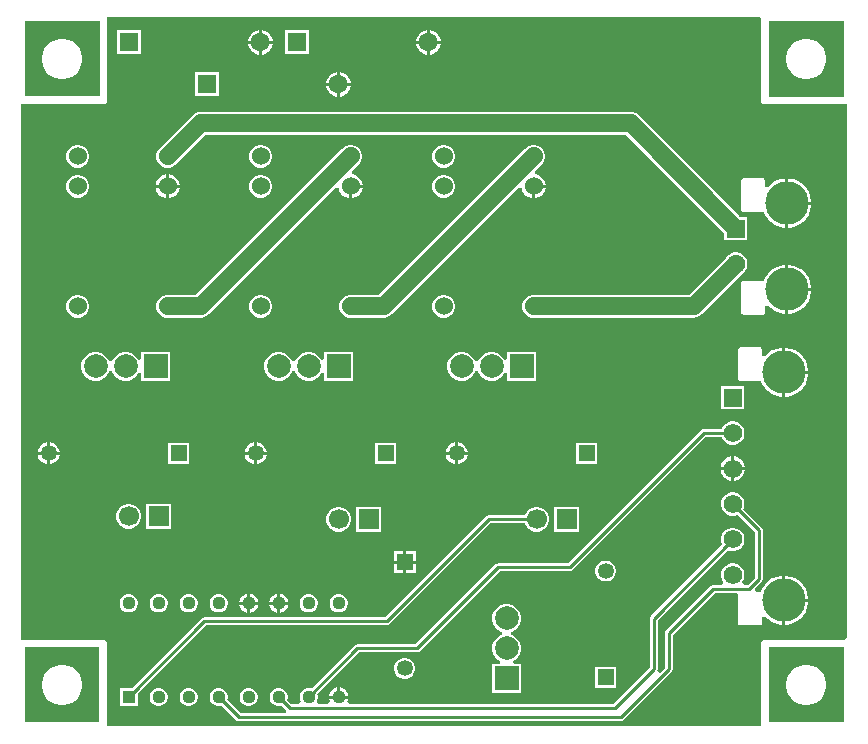
<source format=gbr>
%TF.GenerationSoftware,Altium Limited,Altium Designer,25.1.2 (22)*%
G04 Layer_Physical_Order=1*
G04 Layer_Color=255*
%FSLAX45Y45*%
%MOMM*%
%TF.SameCoordinates,40A9CBEC-A2F6-451D-B56F-574927FC8DEB*%
%TF.FilePolarity,Positive*%
%TF.FileFunction,Copper,L1,Top,Signal*%
%TF.Part,Single*%
G01*
G75*
%TA.AperFunction,Conductor*%
%ADD10C,0.25400*%
%ADD11C,1.50000*%
%TA.AperFunction,ComponentPad*%
%ADD12C,1.60000*%
%ADD13R,1.60000X1.60000*%
%ADD14C,1.57000*%
%ADD15R,1.57000X1.57000*%
%ADD16C,3.66000*%
%ADD17R,1.35000X1.35000*%
%ADD18C,1.35000*%
%ADD19C,1.52400*%
%ADD20R,1.70000X1.70000*%
%ADD21C,1.70000*%
%ADD22R,1.35000X1.35000*%
%ADD23C,2.01000*%
%ADD24R,2.01000X2.01000*%
%ADD25R,2.01000X2.01000*%
%ADD26C,1.13000*%
%ADD27R,1.13000X1.13000*%
G36*
X667699Y5334321D02*
X33341D01*
Y5968679D01*
X667699D01*
Y5334321D01*
D02*
G37*
G36*
X6966661Y5331781D02*
X6332541D01*
Y5967409D01*
X6966661D01*
Y5331781D01*
D02*
G37*
G36*
X6966899Y33341D02*
X6332541D01*
Y667699D01*
X6966899D01*
Y33341D01*
D02*
G37*
G36*
X666658D02*
X33341D01*
Y667699D01*
X666658D01*
Y33341D01*
D02*
G37*
G36*
X6265859Y5999429D02*
Y5298440D01*
X6268397Y5285681D01*
X6275625Y5274865D01*
X6286441Y5267637D01*
X6299200Y5265099D01*
X6999762D01*
X7000029Y5264880D01*
X7000210Y752342D01*
X6982250Y734381D01*
X6299200D01*
X6286441Y731843D01*
X6275625Y724615D01*
X6268397Y713799D01*
X6265859Y701040D01*
Y1570D01*
X6264571Y0D01*
X736465D01*
X734381Y2540D01*
X733339Y7775D01*
Y695805D01*
X734381Y701040D01*
X731843Y713799D01*
X724615Y724615D01*
X713799Y731843D01*
X701040Y734381D01*
X5080D01*
X0Y738550D01*
Y5267639D01*
X701040D01*
X713799Y5270177D01*
X724615Y5277405D01*
X731843Y5288221D01*
X734381Y5300980D01*
Y6002020D01*
X6263733D01*
X6265859Y5999429D01*
D02*
G37*
%LPC*%
G36*
X366745Y5820001D02*
X333258D01*
X300415Y5813468D01*
X269477Y5800653D01*
X241633Y5782049D01*
X217954Y5758370D01*
X199350Y5730527D01*
X186535Y5699589D01*
X180002Y5666745D01*
Y5633258D01*
X186535Y5600414D01*
X199350Y5569476D01*
X217954Y5541633D01*
X241633Y5517954D01*
X269477Y5499349D01*
X300415Y5486535D01*
X333258Y5480001D01*
X366745D01*
X399589Y5486535D01*
X430527Y5499349D01*
X458370Y5517954D01*
X482049Y5541633D01*
X500654Y5569476D01*
X513469Y5600414D01*
X520002Y5633258D01*
Y5666745D01*
X513469Y5699589D01*
X500654Y5730527D01*
X482049Y5758370D01*
X458370Y5782049D01*
X430527Y5800653D01*
X399589Y5813468D01*
X366745Y5820001D01*
D02*
G37*
G36*
X6666743D02*
X6633256D01*
X6600412Y5813468D01*
X6569474Y5800653D01*
X6541631Y5782049D01*
X6517952Y5758370D01*
X6499347Y5730527D01*
X6486533Y5699589D01*
X6479999Y5666745D01*
Y5633258D01*
X6486533Y5600414D01*
X6499347Y5569476D01*
X6517952Y5541633D01*
X6541631Y5517954D01*
X6569474Y5499349D01*
X6600412Y5486535D01*
X6633256Y5480001D01*
X6666743D01*
X6699587Y5486535D01*
X6730525Y5499349D01*
X6758368Y5517954D01*
X6782047Y5541633D01*
X6800651Y5569476D01*
X6813466Y5600414D01*
X6819999Y5633258D01*
Y5666745D01*
X6813466Y5699589D01*
X6800651Y5730527D01*
X6782047Y5758370D01*
X6758368Y5782049D01*
X6730525Y5800653D01*
X6699587Y5813468D01*
X6666743Y5820001D01*
D02*
G37*
G36*
Y520002D02*
X6633256D01*
X6600412Y513469D01*
X6569474Y500654D01*
X6541631Y482049D01*
X6517952Y458370D01*
X6499347Y430527D01*
X6486533Y399589D01*
X6479999Y366745D01*
Y333258D01*
X6486533Y300415D01*
X6499347Y269477D01*
X6517952Y241633D01*
X6541631Y217954D01*
X6569474Y199350D01*
X6600412Y186535D01*
X6633256Y180002D01*
X6666743D01*
X6699587Y186535D01*
X6730525Y199350D01*
X6758368Y217954D01*
X6782047Y241633D01*
X6800651Y269477D01*
X6813466Y300415D01*
X6819999Y333258D01*
Y366745D01*
X6813466Y399589D01*
X6800651Y430527D01*
X6782047Y458370D01*
X6758368Y482049D01*
X6730525Y500654D01*
X6699587Y513469D01*
X6666743Y520002D01*
D02*
G37*
G36*
X366745D02*
X333258D01*
X300415Y513469D01*
X269477Y500654D01*
X241633Y482049D01*
X217954Y458370D01*
X199350Y430527D01*
X186535Y399589D01*
X180002Y366745D01*
Y333258D01*
X186535Y300415D01*
X199350Y269477D01*
X217954Y241633D01*
X241633Y217954D01*
X269477Y199350D01*
X300415Y186535D01*
X333258Y180002D01*
X366745D01*
X399589Y186535D01*
X430527Y199350D01*
X458370Y217954D01*
X482049Y241633D01*
X500654Y269477D01*
X513469Y300415D01*
X520002Y333258D01*
Y366745D01*
X513469Y399589D01*
X500654Y430527D01*
X482049Y458370D01*
X458370Y482049D01*
X430527Y500654D01*
X399589Y513469D01*
X366745Y520002D01*
D02*
G37*
G36*
X3466478Y5896600D02*
X3465302D01*
Y5803900D01*
X3558002D01*
Y5805076D01*
X3550819Y5831883D01*
X3536943Y5855917D01*
X3517319Y5875541D01*
X3493285Y5889417D01*
X3466478Y5896600D01*
D02*
G37*
G36*
X3439902D02*
X3438725D01*
X3411919Y5889417D01*
X3387885Y5875541D01*
X3368261Y5855917D01*
X3354385Y5831883D01*
X3347202Y5805076D01*
Y5803900D01*
X3439902D01*
Y5896600D01*
D02*
G37*
G36*
X2044078D02*
X2042902D01*
Y5803900D01*
X2135602D01*
Y5805076D01*
X2128419Y5831883D01*
X2114543Y5855917D01*
X2094919Y5875541D01*
X2070885Y5889417D01*
X2044078Y5896600D01*
D02*
G37*
G36*
X2017502D02*
X2016325D01*
X1989519Y5889417D01*
X1965485Y5875541D01*
X1945861Y5855917D01*
X1931985Y5831883D01*
X1924802Y5805076D01*
Y5803900D01*
X2017502D01*
Y5896600D01*
D02*
G37*
G36*
X2438598Y5891200D02*
X2238599D01*
Y5691200D01*
X2438598D01*
Y5891200D01*
D02*
G37*
G36*
X1016198D02*
X816199D01*
Y5691200D01*
X1016198D01*
Y5891200D01*
D02*
G37*
G36*
X3558002Y5778500D02*
X3465302D01*
Y5685800D01*
X3466478D01*
X3493285Y5692983D01*
X3517319Y5706859D01*
X3536943Y5726483D01*
X3550819Y5750517D01*
X3558002Y5777324D01*
Y5778500D01*
D02*
G37*
G36*
X3439902D02*
X3347202D01*
Y5777324D01*
X3354385Y5750517D01*
X3368261Y5726483D01*
X3387885Y5706859D01*
X3411919Y5692983D01*
X3438725Y5685800D01*
X3439902D01*
Y5778500D01*
D02*
G37*
G36*
X2135602D02*
X2042902D01*
Y5685800D01*
X2044078D01*
X2070885Y5692983D01*
X2094919Y5706859D01*
X2114543Y5726483D01*
X2128419Y5750517D01*
X2135602Y5777324D01*
Y5778500D01*
D02*
G37*
G36*
X2017502D02*
X1924802D01*
Y5777324D01*
X1931985Y5750517D01*
X1945861Y5726483D01*
X1965485Y5706859D01*
X1989519Y5692983D01*
X2016325Y5685800D01*
X2017502D01*
Y5778500D01*
D02*
G37*
G36*
X2704478Y5541000D02*
X2703302D01*
Y5448300D01*
X2796002D01*
Y5449476D01*
X2788819Y5476283D01*
X2774943Y5500317D01*
X2755319Y5519941D01*
X2731285Y5533817D01*
X2704478Y5541000D01*
D02*
G37*
G36*
X2677902D02*
X2676725D01*
X2649919Y5533817D01*
X2625885Y5519941D01*
X2606261Y5500317D01*
X2592385Y5476283D01*
X2585202Y5449476D01*
Y5448300D01*
X2677902D01*
Y5541000D01*
D02*
G37*
G36*
X1676598Y5535600D02*
X1476599D01*
Y5335600D01*
X1676598D01*
Y5535600D01*
D02*
G37*
G36*
X2796002Y5422900D02*
X2703302D01*
Y5330200D01*
X2704478D01*
X2731285Y5337383D01*
X2755319Y5351259D01*
X2774943Y5370883D01*
X2788819Y5394917D01*
X2796002Y5421724D01*
Y5422900D01*
D02*
G37*
G36*
X2677902D02*
X2585202D01*
Y5421724D01*
X2592385Y5394917D01*
X2606261Y5370883D01*
X2625885Y5351259D01*
X2649919Y5337383D01*
X2676725Y5330200D01*
X2677902D01*
Y5422900D01*
D02*
G37*
G36*
X3594065Y4922200D02*
X3568735D01*
X3544268Y4915644D01*
X3522332Y4902979D01*
X3504421Y4885068D01*
X3491756Y4863132D01*
X3485200Y4838665D01*
Y4813335D01*
X3491756Y4788868D01*
X3504421Y4766932D01*
X3522332Y4749021D01*
X3544268Y4736356D01*
X3568735Y4729800D01*
X3594065D01*
X3618532Y4736356D01*
X3640468Y4749021D01*
X3658379Y4766932D01*
X3671044Y4788868D01*
X3677600Y4813335D01*
Y4838665D01*
X3671044Y4863132D01*
X3658379Y4885068D01*
X3640468Y4902979D01*
X3618532Y4915644D01*
X3594065Y4922200D01*
D02*
G37*
G36*
X2044665D02*
X2019335D01*
X1994868Y4915644D01*
X1972932Y4902979D01*
X1955021Y4885068D01*
X1942356Y4863132D01*
X1935800Y4838665D01*
Y4813335D01*
X1942356Y4788868D01*
X1955021Y4766932D01*
X1972932Y4749021D01*
X1994868Y4736356D01*
X2019335Y4729800D01*
X2044665D01*
X2069132Y4736356D01*
X2091068Y4749021D01*
X2108979Y4766932D01*
X2121644Y4788868D01*
X2128200Y4813335D01*
Y4838665D01*
X2121644Y4863132D01*
X2108979Y4885068D01*
X2091068Y4902979D01*
X2069132Y4915644D01*
X2044665Y4922200D01*
D02*
G37*
G36*
X495265D02*
X469935D01*
X445468Y4915644D01*
X423532Y4902979D01*
X405621Y4885068D01*
X392956Y4863132D01*
X386400Y4838665D01*
Y4813335D01*
X392956Y4788868D01*
X405621Y4766932D01*
X423532Y4749021D01*
X445468Y4736356D01*
X469935Y4729800D01*
X495265D01*
X519732Y4736356D01*
X541668Y4749021D01*
X559579Y4766932D01*
X572244Y4788868D01*
X578800Y4813335D01*
Y4838665D01*
X572244Y4863132D01*
X559579Y4885068D01*
X541668Y4902979D01*
X519732Y4915644D01*
X495265Y4922200D01*
D02*
G37*
G36*
X1257976Y4673600D02*
X1257300D01*
Y4584700D01*
X1346200D01*
Y4585376D01*
X1339276Y4611216D01*
X1325900Y4634384D01*
X1306984Y4653300D01*
X1283816Y4666676D01*
X1257976Y4673600D01*
D02*
G37*
G36*
X1231900D02*
X1231224D01*
X1205384Y4666676D01*
X1182216Y4653300D01*
X1163300Y4634384D01*
X1149924Y4611216D01*
X1143000Y4585376D01*
Y4584700D01*
X1231900D01*
Y4673600D01*
D02*
G37*
G36*
X3594065Y4668200D02*
X3568735D01*
X3544268Y4661644D01*
X3522332Y4648979D01*
X3504421Y4631068D01*
X3491756Y4609132D01*
X3485200Y4584665D01*
Y4559335D01*
X3491756Y4534868D01*
X3504421Y4512932D01*
X3522332Y4495021D01*
X3544268Y4482356D01*
X3568735Y4475800D01*
X3594065D01*
X3618532Y4482356D01*
X3640468Y4495021D01*
X3658379Y4512932D01*
X3671044Y4534868D01*
X3677600Y4559335D01*
Y4584665D01*
X3671044Y4609132D01*
X3658379Y4631068D01*
X3640468Y4648979D01*
X3618532Y4661644D01*
X3594065Y4668200D01*
D02*
G37*
G36*
X2044665D02*
X2019335D01*
X1994868Y4661644D01*
X1972932Y4648979D01*
X1955021Y4631068D01*
X1942356Y4609132D01*
X1935800Y4584665D01*
Y4559335D01*
X1942356Y4534868D01*
X1955021Y4512932D01*
X1972932Y4495021D01*
X1994868Y4482356D01*
X2019335Y4475800D01*
X2044665D01*
X2069132Y4482356D01*
X2091068Y4495021D01*
X2108979Y4512932D01*
X2121644Y4534868D01*
X2128200Y4559335D01*
Y4584665D01*
X2121644Y4609132D01*
X2108979Y4631068D01*
X2091068Y4648979D01*
X2069132Y4661644D01*
X2044665Y4668200D01*
D02*
G37*
G36*
X495265D02*
X469935D01*
X445468Y4661644D01*
X423532Y4648979D01*
X405621Y4631068D01*
X392956Y4609132D01*
X386400Y4584665D01*
Y4559335D01*
X392956Y4534868D01*
X405621Y4512932D01*
X423532Y4495021D01*
X445468Y4482356D01*
X469935Y4475800D01*
X495265D01*
X519732Y4482356D01*
X541668Y4495021D01*
X559579Y4512932D01*
X572244Y4534868D01*
X578800Y4559335D01*
Y4584665D01*
X572244Y4609132D01*
X559579Y4631068D01*
X541668Y4648979D01*
X519732Y4661644D01*
X495265Y4668200D01*
D02*
G37*
G36*
X4445000Y4559300D02*
X4356100D01*
Y4470400D01*
X4356776D01*
X4382616Y4477324D01*
X4405784Y4490700D01*
X4424700Y4509616D01*
X4438076Y4532784D01*
X4445000Y4558624D01*
Y4559300D01*
D02*
G37*
G36*
X4356065Y4922200D02*
X4330735D01*
X4306268Y4915644D01*
X4284332Y4902979D01*
X4266421Y4885068D01*
X4265686Y4883795D01*
X3033710Y3651819D01*
X2808085D01*
X2806665Y3652200D01*
X2781335D01*
X2756868Y3645644D01*
X2734932Y3632979D01*
X2717021Y3615068D01*
X2704356Y3593132D01*
X2697800Y3568665D01*
Y3543335D01*
X2704356Y3518868D01*
X2717021Y3496932D01*
X2734932Y3479021D01*
X2756868Y3466356D01*
X2781335Y3459800D01*
X2806665D01*
X2808085Y3460181D01*
X3073400D01*
X3098200Y3463445D01*
X3121310Y3473018D01*
X3141155Y3488246D01*
X4216400Y4563491D01*
X4229507Y4560979D01*
X4242995Y4554165D01*
X4248724Y4532784D01*
X4262100Y4509616D01*
X4281016Y4490700D01*
X4304184Y4477324D01*
X4330024Y4470400D01*
X4330700D01*
Y4572000D01*
X4343400D01*
Y4584700D01*
X4445000D01*
Y4585376D01*
X4438076Y4611216D01*
X4424700Y4634384D01*
X4405784Y4653300D01*
X4382616Y4666676D01*
X4361236Y4672405D01*
X4354421Y4685893D01*
X4351909Y4699000D01*
X4401195Y4748286D01*
X4402468Y4749021D01*
X4420379Y4766932D01*
X4433044Y4788868D01*
X4439600Y4813335D01*
Y4838665D01*
X4433044Y4863132D01*
X4420379Y4885068D01*
X4402468Y4902979D01*
X4380532Y4915644D01*
X4356065Y4922200D01*
D02*
G37*
G36*
X2895600Y4559300D02*
X2806700D01*
Y4470400D01*
X2807376D01*
X2833216Y4477324D01*
X2856384Y4490700D01*
X2875300Y4509616D01*
X2888676Y4532784D01*
X2895600Y4558624D01*
Y4559300D01*
D02*
G37*
G36*
X2806665Y4922200D02*
X2781335D01*
X2756868Y4915644D01*
X2734932Y4902979D01*
X2717021Y4885068D01*
X2716286Y4883795D01*
X1484310Y3651819D01*
X1258685D01*
X1257265Y3652200D01*
X1231935D01*
X1207468Y3645644D01*
X1185532Y3632979D01*
X1167621Y3615068D01*
X1154956Y3593132D01*
X1148400Y3568665D01*
Y3543335D01*
X1154956Y3518868D01*
X1167621Y3496932D01*
X1185532Y3479021D01*
X1207468Y3466356D01*
X1231935Y3459800D01*
X1257265D01*
X1258685Y3460181D01*
X1524000D01*
X1548800Y3463445D01*
X1571910Y3473018D01*
X1591754Y3488246D01*
X2667000Y4563491D01*
X2680107Y4560979D01*
X2693595Y4554165D01*
X2699324Y4532784D01*
X2712700Y4509616D01*
X2731616Y4490700D01*
X2754784Y4477324D01*
X2780624Y4470400D01*
X2781300D01*
Y4572000D01*
X2794000D01*
Y4584700D01*
X2895600D01*
Y4585376D01*
X2888676Y4611216D01*
X2875300Y4634384D01*
X2856384Y4653300D01*
X2833216Y4666676D01*
X2811836Y4672405D01*
X2805021Y4685893D01*
X2802509Y4699000D01*
X2851795Y4748286D01*
X2853068Y4749021D01*
X2870979Y4766932D01*
X2883644Y4788868D01*
X2890200Y4813335D01*
Y4838665D01*
X2883644Y4863132D01*
X2870979Y4885068D01*
X2853068Y4902979D01*
X2831132Y4915644D01*
X2806665Y4922200D01*
D02*
G37*
G36*
X1346200Y4559300D02*
X1257300D01*
Y4470400D01*
X1257976D01*
X1283816Y4477324D01*
X1306984Y4490700D01*
X1325900Y4509616D01*
X1339276Y4532784D01*
X1346200Y4558624D01*
Y4559300D01*
D02*
G37*
G36*
X1231900D02*
X1143000D01*
Y4558624D01*
X1149924Y4532784D01*
X1163300Y4509616D01*
X1182216Y4490700D01*
X1205384Y4477324D01*
X1231224Y4470400D01*
X1231900D01*
Y4559300D01*
D02*
G37*
G36*
X6507125Y4637400D02*
X6499300D01*
Y4441700D01*
X6695000D01*
Y4449526D01*
X6686991Y4489788D01*
X6671282Y4527714D01*
X6648475Y4561847D01*
X6619447Y4590875D01*
X6585314Y4613682D01*
X6547388Y4629391D01*
X6507125Y4637400D01*
D02*
G37*
G36*
X6695000Y4416300D02*
X6499300D01*
Y4220600D01*
X6507125D01*
X6547388Y4228609D01*
X6585314Y4244318D01*
X6619447Y4267125D01*
X6648475Y4296153D01*
X6671282Y4330286D01*
X6686991Y4368212D01*
X6695000Y4408475D01*
Y4416300D01*
D02*
G37*
G36*
X6281600Y4641892D02*
X6121600D01*
X6113797Y4640340D01*
X6107181Y4635920D01*
X6102760Y4629304D01*
X6101208Y4621500D01*
Y4376500D01*
X6102760Y4368697D01*
X6107181Y4362081D01*
X6113797Y4357661D01*
X6121600Y4356108D01*
X6281600D01*
X6289404Y4357661D01*
X6290748Y4357253D01*
X6301918Y4330286D01*
X6324725Y4296153D01*
X6353753Y4267125D01*
X6387886Y4244318D01*
X6425812Y4228609D01*
X6466074Y4220600D01*
X6473900D01*
Y4429000D01*
Y4637400D01*
X6466074D01*
X6425812Y4629391D01*
X6387886Y4613682D01*
X6353753Y4590875D01*
X6327392Y4564514D01*
X6304945Y4567847D01*
X6301992Y4568743D01*
Y4621500D01*
X6300440Y4629304D01*
X6296020Y4635920D01*
X6289404Y4640340D01*
X6281600Y4641892D01*
D02*
G37*
G36*
X5163200Y5201219D02*
X1524000D01*
X1499200Y5197955D01*
X1476090Y5188382D01*
X1456245Y5173154D01*
X1186805Y4903714D01*
X1185532Y4902979D01*
X1167621Y4885068D01*
X1154956Y4863132D01*
X1148400Y4838665D01*
Y4813335D01*
X1154956Y4788868D01*
X1167621Y4766932D01*
X1185532Y4749021D01*
X1207468Y4736356D01*
X1231935Y4729800D01*
X1257265D01*
X1281732Y4736356D01*
X1303668Y4749021D01*
X1321579Y4766932D01*
X1322314Y4768205D01*
X1563690Y5009581D01*
X5123510D01*
X5956100Y4176991D01*
Y4115500D01*
X6153100D01*
Y4312500D01*
X6091609D01*
X5230954Y5173154D01*
X5211110Y5188382D01*
X5188000Y5197955D01*
X5163200Y5201219D01*
D02*
G37*
G36*
X6473900Y3907400D02*
X6466074D01*
X6425812Y3899391D01*
X6387886Y3883682D01*
X6353753Y3860875D01*
X6324725Y3831847D01*
X6301918Y3797714D01*
X6290748Y3770748D01*
X6289404Y3770340D01*
X6281600Y3771892D01*
X6121600D01*
X6113797Y3770340D01*
X6107181Y3765920D01*
X6102760Y3759304D01*
X6101208Y3751500D01*
Y3506500D01*
X6102760Y3498697D01*
X6107181Y3492081D01*
X6113797Y3487661D01*
X6121600Y3486108D01*
X6281600D01*
X6289404Y3487661D01*
X6296020Y3492081D01*
X6300440Y3498697D01*
X6301992Y3506500D01*
Y3559257D01*
X6304945Y3560153D01*
X6327392Y3563486D01*
X6353753Y3537125D01*
X6387886Y3514318D01*
X6425812Y3498609D01*
X6466074Y3490600D01*
X6473900D01*
Y3699000D01*
Y3907400D01*
D02*
G37*
G36*
X6507125D02*
X6499300D01*
Y3711700D01*
X6695000D01*
Y3719525D01*
X6686991Y3759788D01*
X6671282Y3797714D01*
X6648475Y3831847D01*
X6619447Y3860875D01*
X6585314Y3883682D01*
X6547388Y3899391D01*
X6507125Y3907400D01*
D02*
G37*
G36*
X6067568Y4012500D02*
X6041632D01*
X6016581Y4005787D01*
X5994120Y3992820D01*
X5975781Y3974480D01*
X5970602Y3965511D01*
X5656910Y3651819D01*
X4357485D01*
X4356065Y3652200D01*
X4330735D01*
X4306268Y3645644D01*
X4284332Y3632979D01*
X4266421Y3615068D01*
X4253756Y3593132D01*
X4247200Y3568665D01*
Y3543335D01*
X4253756Y3518868D01*
X4266421Y3496932D01*
X4284332Y3479021D01*
X4306268Y3466356D01*
X4330735Y3459800D01*
X4356065D01*
X4357485Y3460181D01*
X5696600D01*
X5721400Y3463445D01*
X5744510Y3473018D01*
X5764354Y3488246D01*
X6106111Y3830002D01*
X6115080Y3835181D01*
X6133420Y3853520D01*
X6146387Y3875981D01*
X6153100Y3901032D01*
Y3926968D01*
X6146387Y3952020D01*
X6133420Y3974480D01*
X6115080Y3992820D01*
X6092620Y4005787D01*
X6067568Y4012500D01*
D02*
G37*
G36*
X6695000Y3686300D02*
X6499300D01*
Y3490600D01*
X6507125D01*
X6547388Y3498609D01*
X6585314Y3514318D01*
X6619447Y3537125D01*
X6648475Y3566153D01*
X6671282Y3600286D01*
X6686991Y3638212D01*
X6695000Y3678474D01*
Y3686300D01*
D02*
G37*
G36*
X3594065Y3652200D02*
X3568735D01*
X3544268Y3645644D01*
X3522332Y3632979D01*
X3504421Y3615068D01*
X3491756Y3593132D01*
X3485200Y3568665D01*
Y3543335D01*
X3491756Y3518868D01*
X3504421Y3496932D01*
X3522332Y3479021D01*
X3544268Y3466356D01*
X3568735Y3459800D01*
X3594065D01*
X3618532Y3466356D01*
X3640468Y3479021D01*
X3658379Y3496932D01*
X3671044Y3518868D01*
X3677600Y3543335D01*
Y3568665D01*
X3671044Y3593132D01*
X3658379Y3615068D01*
X3640468Y3632979D01*
X3618532Y3645644D01*
X3594065Y3652200D01*
D02*
G37*
G36*
X2044665D02*
X2019335D01*
X1994868Y3645644D01*
X1972932Y3632979D01*
X1955021Y3615068D01*
X1942356Y3593132D01*
X1935800Y3568665D01*
Y3543335D01*
X1942356Y3518868D01*
X1955021Y3496932D01*
X1972932Y3479021D01*
X1994868Y3466356D01*
X2019335Y3459800D01*
X2044665D01*
X2069132Y3466356D01*
X2091068Y3479021D01*
X2108979Y3496932D01*
X2121644Y3518868D01*
X2128200Y3543335D01*
Y3568665D01*
X2121644Y3593132D01*
X2108979Y3615068D01*
X2091068Y3632979D01*
X2069132Y3645644D01*
X2044665Y3652200D01*
D02*
G37*
G36*
X495265D02*
X469935D01*
X445468Y3645644D01*
X423532Y3632979D01*
X405621Y3615068D01*
X392956Y3593132D01*
X386400Y3568665D01*
Y3543335D01*
X392956Y3518868D01*
X405621Y3496932D01*
X423532Y3479021D01*
X445468Y3466356D01*
X469935Y3459800D01*
X495265D01*
X519732Y3466356D01*
X541668Y3479021D01*
X559579Y3496932D01*
X572244Y3518868D01*
X578800Y3543335D01*
Y3568665D01*
X572244Y3593132D01*
X559579Y3615068D01*
X541668Y3632979D01*
X519732Y3645644D01*
X495265Y3652200D01*
D02*
G37*
G36*
X4362300Y3168500D02*
X4121300D01*
Y3108571D01*
X4095900Y3101765D01*
X4084224Y3121989D01*
X4061789Y3144424D01*
X4034311Y3160288D01*
X4003664Y3168500D01*
X3971936D01*
X3941289Y3160288D01*
X3913811Y3144424D01*
X3891376Y3121989D01*
X3875512Y3094511D01*
X3873948Y3088675D01*
X3847652D01*
X3846088Y3094511D01*
X3830224Y3121989D01*
X3807789Y3144424D01*
X3780311Y3160288D01*
X3749664Y3168500D01*
X3717936D01*
X3687289Y3160288D01*
X3659811Y3144424D01*
X3637376Y3121989D01*
X3621512Y3094511D01*
X3613300Y3063864D01*
Y3032136D01*
X3621512Y3001489D01*
X3637376Y2974011D01*
X3659811Y2951576D01*
X3687289Y2935712D01*
X3717936Y2927500D01*
X3749664D01*
X3780311Y2935712D01*
X3807789Y2951576D01*
X3830224Y2974011D01*
X3846088Y3001489D01*
X3847652Y3007325D01*
X3873948D01*
X3875512Y3001489D01*
X3891376Y2974011D01*
X3913811Y2951576D01*
X3941289Y2935712D01*
X3971936Y2927500D01*
X4003664D01*
X4034311Y2935712D01*
X4061789Y2951576D01*
X4084224Y2974011D01*
X4095900Y2994235D01*
X4121300Y2987429D01*
Y2927500D01*
X4362300D01*
Y3168500D01*
D02*
G37*
G36*
X2812900D02*
X2571900D01*
Y3108571D01*
X2546500Y3101765D01*
X2534824Y3121989D01*
X2512389Y3144424D01*
X2484911Y3160288D01*
X2454264Y3168500D01*
X2422536D01*
X2391889Y3160288D01*
X2364411Y3144424D01*
X2341976Y3121989D01*
X2326112Y3094511D01*
X2324548Y3088675D01*
X2298252D01*
X2296688Y3094511D01*
X2280824Y3121989D01*
X2258389Y3144424D01*
X2230911Y3160288D01*
X2200264Y3168500D01*
X2168536D01*
X2137889Y3160288D01*
X2110411Y3144424D01*
X2087976Y3121989D01*
X2072112Y3094511D01*
X2063900Y3063864D01*
Y3032136D01*
X2072112Y3001489D01*
X2087976Y2974011D01*
X2110411Y2951576D01*
X2137889Y2935712D01*
X2168536Y2927500D01*
X2200264D01*
X2230911Y2935712D01*
X2258389Y2951576D01*
X2280824Y2974011D01*
X2296688Y3001489D01*
X2298252Y3007325D01*
X2324548D01*
X2326112Y3001489D01*
X2341976Y2974011D01*
X2364411Y2951576D01*
X2391889Y2935712D01*
X2422536Y2927500D01*
X2454264D01*
X2484911Y2935712D01*
X2512389Y2951576D01*
X2534824Y2974011D01*
X2546500Y2994235D01*
X2571900Y2987429D01*
Y2927500D01*
X2812900D01*
Y3168500D01*
D02*
G37*
G36*
X1263500D02*
X1022500D01*
Y3108571D01*
X997100Y3101765D01*
X985424Y3121989D01*
X962989Y3144424D01*
X935511Y3160288D01*
X904864Y3168500D01*
X873136D01*
X842489Y3160288D01*
X815011Y3144424D01*
X792576Y3121989D01*
X776712Y3094511D01*
X775148Y3088675D01*
X748852D01*
X747288Y3094511D01*
X731424Y3121989D01*
X708989Y3144424D01*
X681511Y3160288D01*
X650864Y3168500D01*
X619136D01*
X588489Y3160288D01*
X561011Y3144424D01*
X538576Y3121989D01*
X522712Y3094511D01*
X514500Y3063864D01*
Y3032136D01*
X522712Y3001489D01*
X538576Y2974011D01*
X561011Y2951576D01*
X588489Y2935712D01*
X619136Y2927500D01*
X650864D01*
X681511Y2935712D01*
X708989Y2951576D01*
X731424Y2974011D01*
X747288Y3001489D01*
X748852Y3007325D01*
X775148D01*
X776712Y3001489D01*
X792576Y2974011D01*
X815011Y2951576D01*
X842489Y2935712D01*
X873136Y2927500D01*
X904864D01*
X935511Y2935712D01*
X962989Y2951576D01*
X985424Y2974011D01*
X997100Y2994235D01*
X1022500Y2987429D01*
Y2927500D01*
X1263500D01*
Y3168500D01*
D02*
G37*
G36*
X6481725Y3205400D02*
X6473900D01*
Y3009700D01*
X6669600D01*
Y3017526D01*
X6661591Y3057788D01*
X6645882Y3095714D01*
X6623075Y3129847D01*
X6594047Y3158875D01*
X6559914Y3181682D01*
X6521988Y3197391D01*
X6481725Y3205400D01*
D02*
G37*
G36*
X6669600Y2984300D02*
X6473900D01*
Y2788600D01*
X6481725D01*
X6521988Y2796609D01*
X6559914Y2812318D01*
X6594047Y2835125D01*
X6623075Y2864153D01*
X6645882Y2898286D01*
X6661591Y2936212D01*
X6669600Y2976475D01*
Y2984300D01*
D02*
G37*
G36*
X6256200Y3209392D02*
X6096200D01*
X6088396Y3207839D01*
X6081780Y3203419D01*
X6077360Y3196803D01*
X6075808Y3189000D01*
Y2944000D01*
X6077360Y2936196D01*
X6081780Y2929580D01*
X6088396Y2925160D01*
X6096200Y2923608D01*
X6256200D01*
X6264003Y2925160D01*
X6265585Y2924680D01*
X6276518Y2898286D01*
X6299325Y2864153D01*
X6328353Y2835125D01*
X6362486Y2812318D01*
X6400412Y2796609D01*
X6440674Y2788600D01*
X6448500D01*
Y2997000D01*
Y3205400D01*
X6440674D01*
X6400412Y3197391D01*
X6362486Y3181682D01*
X6328353Y3158875D01*
X6301992Y3132514D01*
X6279553Y3135845D01*
X6276592Y3136744D01*
Y3189000D01*
X6275040Y3196803D01*
X6270619Y3203419D01*
X6264003Y3207839D01*
X6256200Y3209392D01*
D02*
G37*
G36*
X6127700Y2880500D02*
X5930700D01*
Y2683500D01*
X6127700D01*
Y2880500D01*
D02*
G37*
G36*
X6042168Y2580500D02*
X6016232D01*
X5991181Y2573787D01*
X5968720Y2560820D01*
X5950381Y2542481D01*
X5937413Y2520020D01*
X5936159Y2515341D01*
X5784000D01*
X5771241Y2512803D01*
X5760425Y2505575D01*
X4634390Y1379541D01*
X4041800D01*
X4029041Y1377003D01*
X4018225Y1369776D01*
X3342190Y693741D01*
X2851399D01*
X2838640Y691203D01*
X2827824Y683975D01*
X2463676Y319827D01*
X2448471Y323901D01*
X2428329D01*
X2408872Y318688D01*
X2391428Y308616D01*
X2377185Y294373D01*
X2367113Y276929D01*
X2361900Y257472D01*
Y237330D01*
X2367113Y217873D01*
X2370769Y211542D01*
X2357256Y186142D01*
X2292810D01*
X2256826Y222126D01*
X2260900Y237330D01*
Y257472D01*
X2255687Y276929D01*
X2245615Y294373D01*
X2231372Y308616D01*
X2213928Y318688D01*
X2194471Y323901D01*
X2174329D01*
X2154872Y318688D01*
X2137428Y308616D01*
X2123185Y294373D01*
X2113113Y276929D01*
X2107900Y257472D01*
Y237330D01*
X2113113Y217873D01*
X2123185Y200429D01*
X2137428Y186186D01*
X2154872Y176114D01*
X2174329Y170901D01*
X2194471D01*
X2209676Y174975D01*
X2249710Y134941D01*
X2242533Y112386D01*
X2240355Y109541D01*
X1861411D01*
X1748826Y222126D01*
X1752900Y237330D01*
Y257472D01*
X1747687Y276929D01*
X1737615Y294373D01*
X1723372Y308616D01*
X1705928Y318688D01*
X1686471Y323901D01*
X1666329D01*
X1646872Y318688D01*
X1629428Y308616D01*
X1615185Y294373D01*
X1605113Y276929D01*
X1599900Y257472D01*
Y237330D01*
X1605113Y217873D01*
X1615185Y200429D01*
X1629428Y186186D01*
X1646872Y176114D01*
X1666329Y170901D01*
X1686471D01*
X1701676Y174975D01*
X1824026Y52625D01*
X1834842Y45397D01*
X1847601Y42859D01*
X5080000D01*
X5092759Y45397D01*
X5103575Y52625D01*
X5509975Y459025D01*
X5517203Y469841D01*
X5519741Y482600D01*
Y773590D01*
X5878210Y1132059D01*
X6052310D01*
X6075809Y1120001D01*
Y875001D01*
X6077361Y867197D01*
X6081781Y860581D01*
X6088397Y856161D01*
X6096201Y854609D01*
X6256201D01*
X6264004Y856161D01*
X6270620Y860581D01*
X6275041Y867197D01*
X6276593Y875001D01*
Y927257D01*
X6279537Y928150D01*
X6301993Y931485D01*
X6328353Y905125D01*
X6362486Y882318D01*
X6400412Y866609D01*
X6440674Y858600D01*
X6448500D01*
Y1067000D01*
Y1275400D01*
X6440674D01*
X6400412Y1267391D01*
X6362486Y1251682D01*
X6328353Y1228875D01*
X6299325Y1199847D01*
X6276518Y1165714D01*
X6265585Y1139320D01*
X6264004Y1138840D01*
X6256201Y1140393D01*
X6227264D01*
X6216743Y1165793D01*
X6271975Y1221025D01*
X6279203Y1231841D01*
X6281741Y1244600D01*
Y1662800D01*
X6279203Y1675559D01*
X6271975Y1686375D01*
X6118565Y1839785D01*
X6120987Y1843981D01*
X6127700Y1869032D01*
Y1894968D01*
X6120987Y1920020D01*
X6108020Y1942480D01*
X6089680Y1960820D01*
X6067220Y1973787D01*
X6042168Y1980500D01*
X6016232D01*
X5991181Y1973787D01*
X5968720Y1960820D01*
X5950381Y1942480D01*
X5937413Y1920020D01*
X5930700Y1894968D01*
Y1869032D01*
X5937413Y1843981D01*
X5950381Y1821520D01*
X5968720Y1803181D01*
X5991181Y1790213D01*
X6016232Y1783500D01*
X6042168D01*
X6067220Y1790213D01*
X6071415Y1792635D01*
X6215059Y1648990D01*
Y1258410D01*
X6155390Y1198741D01*
X6121162D01*
X6112576Y1213622D01*
X6109533Y1224141D01*
X6120987Y1243980D01*
X6127700Y1269032D01*
Y1294968D01*
X6120987Y1320019D01*
X6108020Y1342480D01*
X6089680Y1360819D01*
X6067220Y1373787D01*
X6042168Y1380500D01*
X6016232D01*
X5991181Y1373787D01*
X5968720Y1360819D01*
X5950381Y1342480D01*
X5937413Y1320019D01*
X5930700Y1294968D01*
Y1269032D01*
X5937413Y1243980D01*
X5948867Y1224141D01*
X5945824Y1213622D01*
X5937238Y1198741D01*
X5864400D01*
X5851641Y1196203D01*
X5840825Y1188975D01*
X5462825Y810975D01*
X5455597Y800159D01*
X5453059Y787400D01*
Y496410D01*
X5409194Y452544D01*
X5389464Y468736D01*
X5390203Y469841D01*
X5392741Y482600D01*
Y898390D01*
X5986985Y1492635D01*
X5991181Y1490213D01*
X6016232Y1483500D01*
X6042168D01*
X6067220Y1490213D01*
X6089680Y1503180D01*
X6108020Y1521519D01*
X6120987Y1543980D01*
X6127700Y1569032D01*
Y1594968D01*
X6120987Y1620019D01*
X6108020Y1642480D01*
X6089680Y1660819D01*
X6067220Y1673787D01*
X6042168Y1680500D01*
X6016232D01*
X5991181Y1673787D01*
X5968720Y1660819D01*
X5950381Y1642480D01*
X5937413Y1620019D01*
X5930700Y1594968D01*
Y1569032D01*
X5937413Y1543980D01*
X5939835Y1539785D01*
X5335825Y935775D01*
X5328597Y924959D01*
X5326059Y912200D01*
Y496410D01*
X5015791Y186142D01*
X2780931D01*
X2766267Y211542D01*
X2768719Y215789D01*
X2773786Y234701D01*
X2692400D01*
X2611014D01*
X2616081Y215789D01*
X2618533Y211542D01*
X2603869Y186142D01*
X2519544D01*
X2506031Y211542D01*
X2509687Y217873D01*
X2514900Y237330D01*
Y257472D01*
X2510826Y272677D01*
X2865209Y627059D01*
X3356000D01*
X3368759Y629597D01*
X3379575Y636825D01*
X4055610Y1312859D01*
X4648200D01*
X4660959Y1315397D01*
X4671775Y1322625D01*
X5797810Y2448660D01*
X5936159D01*
X5937413Y2443981D01*
X5950381Y2421520D01*
X5968720Y2403181D01*
X5991181Y2390213D01*
X6016232Y2383500D01*
X6042168D01*
X6067220Y2390213D01*
X6089680Y2403181D01*
X6108020Y2421520D01*
X6120987Y2443981D01*
X6127700Y2469032D01*
Y2494968D01*
X6120987Y2520020D01*
X6108020Y2542481D01*
X6089680Y2560820D01*
X6067220Y2573787D01*
X6042168Y2580500D01*
D02*
G37*
G36*
X3704499Y2404174D02*
Y2324100D01*
X3784573D01*
X3778368Y2347258D01*
X3766137Y2368442D01*
X3748841Y2385738D01*
X3727657Y2397969D01*
X3704499Y2404174D01*
D02*
G37*
G36*
X2002700D02*
Y2324100D01*
X2082774D01*
X2076569Y2347258D01*
X2064339Y2368442D01*
X2047042Y2385738D01*
X2025858Y2397969D01*
X2002700Y2404174D01*
D02*
G37*
G36*
X250099D02*
Y2324100D01*
X330173D01*
X323968Y2347258D01*
X311737Y2368442D01*
X294441Y2385738D01*
X273257Y2397969D01*
X250099Y2404174D01*
D02*
G37*
G36*
X3679099D02*
X3655941Y2397969D01*
X3634757Y2385738D01*
X3617460Y2368442D01*
X3605230Y2347258D01*
X3599024Y2324100D01*
X3679099D01*
Y2404174D01*
D02*
G37*
G36*
X1977300D02*
X1954142Y2397969D01*
X1932958Y2385738D01*
X1915662Y2368442D01*
X1903431Y2347258D01*
X1897226Y2324100D01*
X1977300D01*
Y2404174D01*
D02*
G37*
G36*
X224699D02*
X201541Y2397969D01*
X180357Y2385738D01*
X163060Y2368442D01*
X150830Y2347258D01*
X144624Y2324100D01*
X224699D01*
Y2404174D01*
D02*
G37*
G36*
X4879301Y2398900D02*
X4704301D01*
Y2223900D01*
X4879301D01*
Y2398900D01*
D02*
G37*
G36*
X3177498D02*
X3002498D01*
Y2223900D01*
X3177498D01*
Y2398900D01*
D02*
G37*
G36*
X1424901D02*
X1249901D01*
Y2223900D01*
X1424901D01*
Y2398900D01*
D02*
G37*
G36*
X3784573Y2298700D02*
X3704499D01*
Y2218626D01*
X3727657Y2224831D01*
X3748841Y2237062D01*
X3766137Y2254358D01*
X3778368Y2275542D01*
X3784573Y2298700D01*
D02*
G37*
G36*
X2082774D02*
X2002700D01*
Y2218626D01*
X2025858Y2224831D01*
X2047042Y2237062D01*
X2064339Y2254358D01*
X2076569Y2275542D01*
X2082774Y2298700D01*
D02*
G37*
G36*
X330173D02*
X250099D01*
Y2218626D01*
X273257Y2224831D01*
X294441Y2237062D01*
X311737Y2254358D01*
X323968Y2275542D01*
X330173Y2298700D01*
D02*
G37*
G36*
X3679099D02*
X3599024D01*
X3605230Y2275542D01*
X3617460Y2254358D01*
X3634757Y2237062D01*
X3655941Y2224831D01*
X3679099Y2218626D01*
Y2298700D01*
D02*
G37*
G36*
X1977300D02*
X1897226D01*
X1903431Y2275542D01*
X1915662Y2254358D01*
X1932958Y2237062D01*
X1954142Y2224831D01*
X1977300Y2218626D01*
Y2298700D01*
D02*
G37*
G36*
X224699D02*
X144624D01*
X150830Y2275542D01*
X163060Y2254358D01*
X180357Y2237062D01*
X201541Y2224831D01*
X224699Y2218626D01*
Y2298700D01*
D02*
G37*
G36*
X6042879Y2285900D02*
X6041900D01*
Y2194700D01*
X6133100D01*
Y2195679D01*
X6126019Y2222104D01*
X6112341Y2245796D01*
X6092996Y2265141D01*
X6069304Y2278819D01*
X6042879Y2285900D01*
D02*
G37*
G36*
X6016500D02*
X6015521D01*
X5989096Y2278819D01*
X5965404Y2265141D01*
X5946059Y2245796D01*
X5932381Y2222104D01*
X5925300Y2195679D01*
Y2194700D01*
X6016500D01*
Y2285900D01*
D02*
G37*
G36*
X6133100Y2169300D02*
X6041900D01*
Y2078100D01*
X6042879D01*
X6069304Y2085180D01*
X6092996Y2098859D01*
X6112341Y2118204D01*
X6126019Y2141896D01*
X6133100Y2168321D01*
Y2169300D01*
D02*
G37*
G36*
X6016500D02*
X5925300D01*
Y2168321D01*
X5932381Y2141896D01*
X5946059Y2118204D01*
X5965404Y2098859D01*
X5989096Y2085180D01*
X6015521Y2078100D01*
X6016500D01*
Y2169300D01*
D02*
G37*
G36*
X1273400Y1883000D02*
X1063400D01*
Y1673000D01*
X1273400D01*
Y1883000D01*
D02*
G37*
G36*
X928223D02*
X900577D01*
X873872Y1875844D01*
X849929Y1862021D01*
X830379Y1842471D01*
X816556Y1818528D01*
X809400Y1791823D01*
Y1764177D01*
X816556Y1737472D01*
X830379Y1713529D01*
X849929Y1693979D01*
X873872Y1680156D01*
X900577Y1673000D01*
X928223D01*
X954928Y1680156D01*
X978871Y1693979D01*
X998421Y1713529D01*
X1012244Y1737472D01*
X1019400Y1764177D01*
Y1791823D01*
X1012244Y1818528D01*
X998421Y1842471D01*
X978871Y1862021D01*
X954928Y1875844D01*
X928223Y1883000D01*
D02*
G37*
G36*
X4727800Y1857600D02*
X4517800D01*
Y1647600D01*
X4727800D01*
Y1857600D01*
D02*
G37*
G36*
X4382623D02*
X4354977D01*
X4328272Y1850444D01*
X4304329Y1836621D01*
X4284779Y1817071D01*
X4270956Y1793128D01*
X4269030Y1785941D01*
X3962400D01*
X3949641Y1783403D01*
X3938825Y1776175D01*
X3084990Y922341D01*
X1555999D01*
X1543240Y919803D01*
X1532424Y912575D01*
X943749Y323901D01*
X837900D01*
Y170901D01*
X990900D01*
Y276751D01*
X1569809Y855659D01*
X3098800D01*
X3111559Y858197D01*
X3122375Y865425D01*
X3976210Y1719259D01*
X4269030D01*
X4270956Y1712072D01*
X4284779Y1688129D01*
X4304329Y1668579D01*
X4328272Y1654756D01*
X4354977Y1647600D01*
X4382623D01*
X4409328Y1654756D01*
X4433271Y1668579D01*
X4452821Y1688129D01*
X4466644Y1712072D01*
X4473800Y1738777D01*
Y1766423D01*
X4466644Y1793128D01*
X4452821Y1817071D01*
X4433271Y1836621D01*
X4409328Y1850444D01*
X4382623Y1857600D01*
D02*
G37*
G36*
X3051399D02*
X2841399D01*
Y1647600D01*
X3051399D01*
Y1857600D01*
D02*
G37*
G36*
X2706222D02*
X2678576D01*
X2651870Y1850444D01*
X2627928Y1836621D01*
X2608378Y1817071D01*
X2594555Y1793128D01*
X2587399Y1766423D01*
Y1738777D01*
X2594555Y1712072D01*
X2608378Y1688129D01*
X2627928Y1668579D01*
X2651870Y1654756D01*
X2678576Y1647600D01*
X2706222D01*
X2732927Y1654756D01*
X2756870Y1668579D01*
X2776420Y1688129D01*
X2790243Y1712072D01*
X2797399Y1738777D01*
Y1766423D01*
X2790243Y1793128D01*
X2776420Y1817071D01*
X2756870Y1836621D01*
X2732927Y1850444D01*
X2706222Y1857600D01*
D02*
G37*
G36*
X3344100Y1482700D02*
X3263900D01*
Y1402500D01*
X3344100D01*
Y1482700D01*
D02*
G37*
G36*
X3238500D02*
X3158300D01*
Y1402500D01*
X3238500D01*
Y1482700D01*
D02*
G37*
G36*
X3344100Y1377100D02*
X3263900D01*
Y1296900D01*
X3344100D01*
Y1377100D01*
D02*
G37*
G36*
X3238500D02*
X3158300D01*
Y1296900D01*
X3238500D01*
Y1377100D01*
D02*
G37*
G36*
X4964520Y1401100D02*
X4941480D01*
X4919226Y1395137D01*
X4899274Y1383618D01*
X4882983Y1367326D01*
X4871463Y1347374D01*
X4865500Y1325120D01*
Y1302080D01*
X4871463Y1279826D01*
X4882983Y1259874D01*
X4899274Y1243583D01*
X4919226Y1232063D01*
X4941480Y1226100D01*
X4964520D01*
X4986774Y1232063D01*
X5006726Y1243583D01*
X5023017Y1259874D01*
X5034537Y1279826D01*
X5040500Y1302080D01*
Y1325120D01*
X5034537Y1347374D01*
X5023017Y1367326D01*
X5006726Y1383618D01*
X4986774Y1395137D01*
X4964520Y1401100D01*
D02*
G37*
G36*
X6481725Y1275400D02*
X6473900D01*
Y1079700D01*
X6669600D01*
Y1087525D01*
X6661591Y1127788D01*
X6645882Y1165714D01*
X6623075Y1199847D01*
X6594047Y1228875D01*
X6559914Y1251682D01*
X6521988Y1267391D01*
X6481725Y1275400D01*
D02*
G37*
G36*
X2197100Y1122786D02*
Y1054100D01*
X2265786D01*
X2260719Y1073012D01*
X2249936Y1091688D01*
X2234688Y1106936D01*
X2216012Y1117719D01*
X2197100Y1122786D01*
D02*
G37*
G36*
X1943100D02*
Y1054100D01*
X2011786D01*
X2006719Y1073012D01*
X1995936Y1091688D01*
X1980688Y1106936D01*
X1962012Y1117719D01*
X1943100Y1122786D01*
D02*
G37*
G36*
X2171700D02*
X2152788Y1117719D01*
X2134112Y1106936D01*
X2118864Y1091688D01*
X2108081Y1073012D01*
X2103014Y1054100D01*
X2171700D01*
Y1122786D01*
D02*
G37*
G36*
X1917700D02*
X1898788Y1117719D01*
X1880112Y1106936D01*
X1864864Y1091688D01*
X1854081Y1073012D01*
X1849014Y1054100D01*
X1917700D01*
Y1122786D01*
D02*
G37*
G36*
X2702471Y1117900D02*
X2682329D01*
X2662872Y1112687D01*
X2645428Y1102615D01*
X2631185Y1088372D01*
X2621113Y1070928D01*
X2615900Y1051471D01*
Y1031329D01*
X2621113Y1011872D01*
X2631185Y994428D01*
X2645428Y980185D01*
X2662872Y970113D01*
X2682329Y964900D01*
X2702471D01*
X2721928Y970113D01*
X2739372Y980185D01*
X2753615Y994428D01*
X2763687Y1011872D01*
X2768900Y1031329D01*
Y1051471D01*
X2763687Y1070928D01*
X2753615Y1088372D01*
X2739372Y1102615D01*
X2721928Y1112687D01*
X2702471Y1117900D01*
D02*
G37*
G36*
X2448471D02*
X2428329D01*
X2408872Y1112687D01*
X2391428Y1102615D01*
X2377185Y1088372D01*
X2367113Y1070928D01*
X2361900Y1051471D01*
Y1031329D01*
X2367113Y1011872D01*
X2377185Y994428D01*
X2391428Y980185D01*
X2408872Y970113D01*
X2428329Y964900D01*
X2448471D01*
X2467928Y970113D01*
X2485372Y980185D01*
X2499615Y994428D01*
X2509687Y1011872D01*
X2514900Y1031329D01*
Y1051471D01*
X2509687Y1070928D01*
X2499615Y1088372D01*
X2485372Y1102615D01*
X2467928Y1112687D01*
X2448471Y1117900D01*
D02*
G37*
G36*
X1686471D02*
X1666329D01*
X1646872Y1112687D01*
X1629428Y1102615D01*
X1615185Y1088372D01*
X1605113Y1070928D01*
X1599900Y1051471D01*
Y1031329D01*
X1605113Y1011872D01*
X1615185Y994428D01*
X1629428Y980185D01*
X1646872Y970113D01*
X1666329Y964900D01*
X1686471D01*
X1705928Y970113D01*
X1723372Y980185D01*
X1737615Y994428D01*
X1747687Y1011872D01*
X1752900Y1031329D01*
Y1051471D01*
X1747687Y1070928D01*
X1737615Y1088372D01*
X1723372Y1102615D01*
X1705928Y1112687D01*
X1686471Y1117900D01*
D02*
G37*
G36*
X1432471D02*
X1412329D01*
X1392872Y1112687D01*
X1375428Y1102615D01*
X1361185Y1088372D01*
X1351113Y1070928D01*
X1345900Y1051471D01*
Y1031329D01*
X1351113Y1011872D01*
X1361185Y994428D01*
X1375428Y980185D01*
X1392872Y970113D01*
X1412329Y964900D01*
X1432471D01*
X1451928Y970113D01*
X1469372Y980185D01*
X1483615Y994428D01*
X1493687Y1011872D01*
X1498900Y1031329D01*
Y1051471D01*
X1493687Y1070928D01*
X1483615Y1088372D01*
X1469372Y1102615D01*
X1451928Y1112687D01*
X1432471Y1117900D01*
D02*
G37*
G36*
X1178471D02*
X1158329D01*
X1138872Y1112687D01*
X1121428Y1102615D01*
X1107185Y1088372D01*
X1097113Y1070928D01*
X1091900Y1051471D01*
Y1031329D01*
X1097113Y1011872D01*
X1107185Y994428D01*
X1121428Y980185D01*
X1138872Y970113D01*
X1158329Y964900D01*
X1178471D01*
X1197928Y970113D01*
X1215372Y980185D01*
X1229615Y994428D01*
X1239687Y1011872D01*
X1244900Y1031329D01*
Y1051471D01*
X1239687Y1070928D01*
X1229615Y1088372D01*
X1215372Y1102615D01*
X1197928Y1112687D01*
X1178471Y1117900D01*
D02*
G37*
G36*
X924471D02*
X904329D01*
X884872Y1112687D01*
X867428Y1102615D01*
X853185Y1088372D01*
X843113Y1070928D01*
X837900Y1051471D01*
Y1031329D01*
X843113Y1011872D01*
X853185Y994428D01*
X867428Y980185D01*
X884872Y970113D01*
X904329Y964900D01*
X924471D01*
X943928Y970113D01*
X961372Y980185D01*
X975615Y994428D01*
X985687Y1011872D01*
X990900Y1031329D01*
Y1051471D01*
X985687Y1070928D01*
X975615Y1088372D01*
X961372Y1102615D01*
X943928Y1112687D01*
X924471Y1117900D01*
D02*
G37*
G36*
X2011786Y1028700D02*
X1943100D01*
Y960014D01*
X1962012Y965081D01*
X1980688Y975864D01*
X1995936Y991112D01*
X2006719Y1009788D01*
X2011786Y1028700D01*
D02*
G37*
G36*
X2265786D02*
X2197100D01*
Y960014D01*
X2216012Y965081D01*
X2234688Y975864D01*
X2249936Y991112D01*
X2260719Y1009788D01*
X2265786Y1028700D01*
D02*
G37*
G36*
X2171700D02*
X2103014D01*
X2108081Y1009788D01*
X2118864Y991112D01*
X2134112Y975864D01*
X2152788Y965081D01*
X2171700Y960014D01*
Y1028700D01*
D02*
G37*
G36*
X1917700D02*
X1849014D01*
X1854081Y1009788D01*
X1864864Y991112D01*
X1880112Y975864D01*
X1898788Y965081D01*
X1917700Y960014D01*
Y1028700D01*
D02*
G37*
G36*
X6669600Y1054300D02*
X6473900D01*
Y858600D01*
X6481725D01*
X6521988Y866609D01*
X6559914Y882318D01*
X6594047Y905125D01*
X6623075Y934153D01*
X6645882Y968286D01*
X6661591Y1006212D01*
X6669600Y1046474D01*
Y1054300D01*
D02*
G37*
G36*
X3262720Y577300D02*
X3239680D01*
X3217426Y571337D01*
X3197474Y559817D01*
X3181183Y543526D01*
X3169663Y523574D01*
X3163700Y501320D01*
Y478280D01*
X3169663Y456026D01*
X3181183Y436074D01*
X3197474Y419782D01*
X3217426Y408263D01*
X3239680Y402300D01*
X3262720D01*
X3284974Y408263D01*
X3304926Y419782D01*
X3321217Y436074D01*
X3332737Y456026D01*
X3338700Y478280D01*
Y501320D01*
X3332737Y523574D01*
X3321217Y543526D01*
X3304926Y559817D01*
X3284974Y571337D01*
X3262720Y577300D01*
D02*
G37*
G36*
X5040500Y501100D02*
X4865500D01*
Y326100D01*
X5040500D01*
Y501100D01*
D02*
G37*
G36*
X4130664Y1034900D02*
X4098936D01*
X4068289Y1026688D01*
X4040811Y1010824D01*
X4018376Y988389D01*
X4002512Y960911D01*
X3994300Y930264D01*
Y898536D01*
X4002512Y867889D01*
X4018376Y840411D01*
X4040811Y817976D01*
X4068289Y802112D01*
X4074125Y800548D01*
Y774252D01*
X4068289Y772688D01*
X4040811Y756824D01*
X4018376Y734389D01*
X4002512Y706911D01*
X3994300Y676264D01*
Y644536D01*
X4002512Y613889D01*
X4018376Y586411D01*
X4040811Y563976D01*
X4061035Y552300D01*
X4054229Y526900D01*
X3994300D01*
Y285900D01*
X4235300D01*
Y526900D01*
X4175371D01*
X4168565Y552300D01*
X4188789Y563976D01*
X4211224Y586411D01*
X4227088Y613889D01*
X4235300Y644536D01*
Y676264D01*
X4227088Y706911D01*
X4211224Y734389D01*
X4188789Y756824D01*
X4161311Y772688D01*
X4155475Y774252D01*
Y800548D01*
X4161311Y802112D01*
X4188789Y817976D01*
X4211224Y840411D01*
X4227088Y867889D01*
X4235300Y898536D01*
Y930264D01*
X4227088Y960911D01*
X4211224Y988389D01*
X4188789Y1010824D01*
X4161311Y1026688D01*
X4130664Y1034900D01*
D02*
G37*
G36*
X2705100Y328787D02*
Y260101D01*
X2773786D01*
X2768719Y279013D01*
X2757936Y297689D01*
X2742688Y312937D01*
X2724012Y323720D01*
X2705100Y328787D01*
D02*
G37*
G36*
X2679700D02*
X2660788Y323720D01*
X2642112Y312937D01*
X2626864Y297689D01*
X2616081Y279013D01*
X2611014Y260101D01*
X2679700D01*
Y328787D01*
D02*
G37*
G36*
X1940471Y323901D02*
X1920329D01*
X1900872Y318688D01*
X1883428Y308616D01*
X1869185Y294373D01*
X1859113Y276929D01*
X1853900Y257472D01*
Y237330D01*
X1859113Y217873D01*
X1869185Y200429D01*
X1883428Y186186D01*
X1900872Y176114D01*
X1920329Y170901D01*
X1940471D01*
X1959928Y176114D01*
X1977372Y186186D01*
X1991615Y200429D01*
X2001687Y217873D01*
X2006900Y237330D01*
Y257472D01*
X2001687Y276929D01*
X1991615Y294373D01*
X1977372Y308616D01*
X1959928Y318688D01*
X1940471Y323901D01*
D02*
G37*
G36*
X1432471D02*
X1412329D01*
X1392872Y318688D01*
X1375428Y308616D01*
X1361185Y294373D01*
X1351113Y276929D01*
X1345900Y257472D01*
Y237330D01*
X1351113Y217873D01*
X1361185Y200429D01*
X1375428Y186186D01*
X1392872Y176114D01*
X1412329Y170901D01*
X1432471D01*
X1451928Y176114D01*
X1469372Y186186D01*
X1483615Y200429D01*
X1493687Y217873D01*
X1498900Y237330D01*
Y257472D01*
X1493687Y276929D01*
X1483615Y294373D01*
X1469372Y308616D01*
X1451928Y318688D01*
X1432471Y323901D01*
D02*
G37*
G36*
X1178471D02*
X1158329D01*
X1138872Y318688D01*
X1121428Y308616D01*
X1107185Y294373D01*
X1097113Y276929D01*
X1091900Y257472D01*
Y237330D01*
X1097113Y217873D01*
X1107185Y200429D01*
X1121428Y186186D01*
X1138872Y176114D01*
X1158329Y170901D01*
X1178471D01*
X1197928Y176114D01*
X1215372Y186186D01*
X1229615Y200429D01*
X1239687Y217873D01*
X1244900Y237330D01*
Y257472D01*
X1239687Y276929D01*
X1229615Y294373D01*
X1215372Y308616D01*
X1197928Y318688D01*
X1178471Y323901D01*
D02*
G37*
%LPD*%
D10*
X5486400Y482600D02*
Y787400D01*
X5080000Y76200D02*
X5486400Y482600D01*
Y787400D02*
X5864400Y1165400D01*
X1847601Y76200D02*
X5080000D01*
X5784000Y2482000D02*
X6029200D01*
X4041800Y1346200D02*
X4648200D01*
X5784000Y2482000D01*
X3356000Y660400D02*
X4041800Y1346200D01*
X2851399Y660400D02*
X3356000D01*
X2438400Y247401D02*
X2851399Y660400D01*
X1555999Y889000D02*
X3098800D01*
X3962400Y1752600D01*
X4368800D01*
X6248400Y1244600D02*
Y1662800D01*
X6029200Y1882000D02*
X6248400Y1662800D01*
X6169200Y1165400D02*
X6248400Y1244600D01*
X5864400Y1165400D02*
X6169200D01*
X1676400Y247401D02*
X1847601Y76200D01*
X2279000Y152801D02*
X5029601D01*
X2184400Y247401D02*
X2279000Y152801D01*
X5029601D02*
X5359400Y482600D01*
Y912200D01*
X6029200Y1582000D01*
X914400Y247401D02*
X1555999Y889000D01*
D11*
X5696600Y3556000D02*
X6054600Y3914000D01*
X4343400Y3556000D02*
X5696600D01*
X5163200Y5105400D02*
X6054600Y4214000D01*
X1524000Y5105400D02*
X5163200D01*
X1244600Y4826000D02*
X1524000Y5105400D01*
X3073400Y3556000D02*
X4343400Y4826000D01*
X2794000Y3556000D02*
X3073400D01*
X1524000D02*
X2794000Y4826000D01*
X1244600Y3556000D02*
X1524000D01*
D12*
X2690602Y5435600D02*
D03*
X2030202Y5791200D02*
D03*
X3452602D02*
D03*
D13*
X1576598Y5435600D02*
D03*
X916198Y5791200D02*
D03*
X2338598D02*
D03*
D14*
X6054600Y3914000D02*
D03*
X6029200Y1282000D02*
D03*
Y1582000D02*
D03*
Y1882000D02*
D03*
Y2182000D02*
D03*
Y2482000D02*
D03*
D15*
X6054600Y4214000D02*
D03*
X6029200Y2782000D02*
D03*
D16*
X6486600Y4429000D02*
D03*
Y3699000D02*
D03*
X6461200Y2997000D02*
D03*
Y1067000D02*
D03*
D17*
X4791801Y2311400D02*
D03*
X3089998D02*
D03*
X1337401D02*
D03*
D18*
X3691799D02*
D03*
X1990000D02*
D03*
X237399D02*
D03*
X3251200Y489800D02*
D03*
X4953000Y1313600D02*
D03*
D19*
X2794000Y4826000D02*
D03*
Y4572000D02*
D03*
Y3556000D02*
D03*
X2032000D02*
D03*
Y4572000D02*
D03*
Y4826000D02*
D03*
X4343400D02*
D03*
Y4572000D02*
D03*
Y3556000D02*
D03*
X3581400D02*
D03*
Y4572000D02*
D03*
Y4826000D02*
D03*
X1244600D02*
D03*
Y4572000D02*
D03*
Y3556000D02*
D03*
X482600D02*
D03*
Y4572000D02*
D03*
Y4826000D02*
D03*
D20*
X4622800Y1752600D02*
D03*
X1168400Y1778000D02*
D03*
X2946399Y1752600D02*
D03*
D21*
X4368800D02*
D03*
X914400Y1778000D02*
D03*
X2692399Y1752600D02*
D03*
D22*
X3251200Y1389800D02*
D03*
X4953000Y413600D02*
D03*
D23*
X4114800Y914400D02*
D03*
Y660400D02*
D03*
X3733800Y3048000D02*
D03*
X3987800D02*
D03*
X635000D02*
D03*
X889000D02*
D03*
X2184400D02*
D03*
X2438400D02*
D03*
D24*
X4114800Y406400D02*
D03*
D25*
X4241800Y3048000D02*
D03*
X1143000D02*
D03*
X2692400D02*
D03*
D26*
X914400Y1041400D02*
D03*
X1168400D02*
D03*
X1422400D02*
D03*
X1676400D02*
D03*
X1930400D02*
D03*
X2184400D02*
D03*
X2438400D02*
D03*
X2692400D02*
D03*
Y247401D02*
D03*
X2438400D02*
D03*
X2184400D02*
D03*
X1930400D02*
D03*
X1676400D02*
D03*
X1422400D02*
D03*
X1168400D02*
D03*
D27*
X914400D02*
D03*
%TF.MD5,b6d02e3889beeca246a05cc8c9e86d43*%
M02*

</source>
